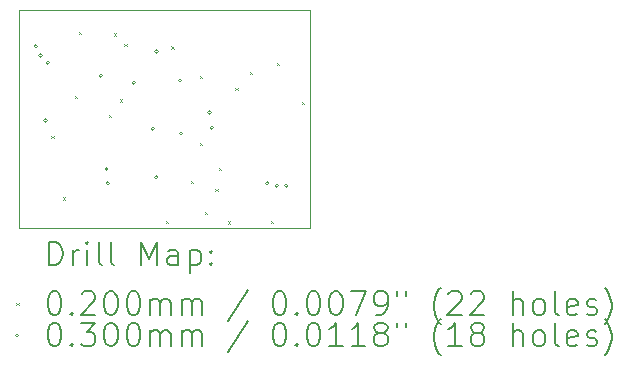
<source format=gbr>
%FSLAX45Y45*%
G04 Gerber Fmt 4.5, Leading zero omitted, Abs format (unit mm)*
G04 Created by KiCad (PCBNEW 6.0.4-6f826c9f35~116~ubuntu20.04.1) date 2022-03-30 22:07:18*
%MOMM*%
%LPD*%
G01*
G04 APERTURE LIST*
%TA.AperFunction,Profile*%
%ADD10C,0.100000*%
%TD*%
%ADD11C,0.200000*%
%ADD12C,0.020000*%
%ADD13C,0.030000*%
G04 APERTURE END LIST*
D10*
X5980000Y-5250000D02*
X5980000Y-3400000D01*
X8440000Y-5250000D02*
X5980000Y-5250000D01*
X8440000Y-3400000D02*
X8440000Y-5250000D01*
X5980000Y-3400000D02*
X8440000Y-3400000D01*
D11*
D12*
X6250000Y-4470000D02*
X6270000Y-4490000D01*
X6270000Y-4470000D02*
X6250000Y-4490000D01*
X6350000Y-4990000D02*
X6370000Y-5010000D01*
X6370000Y-4990000D02*
X6350000Y-5010000D01*
X6450000Y-4130000D02*
X6470000Y-4150000D01*
X6470000Y-4130000D02*
X6450000Y-4150000D01*
X6482500Y-3590000D02*
X6502500Y-3610000D01*
X6502500Y-3590000D02*
X6482500Y-3610000D01*
X6740000Y-4290000D02*
X6760000Y-4310000D01*
X6760000Y-4290000D02*
X6740000Y-4310000D01*
X6780000Y-3600000D02*
X6800000Y-3620000D01*
X6800000Y-3600000D02*
X6780000Y-3620000D01*
X6830000Y-4160000D02*
X6850000Y-4180000D01*
X6850000Y-4160000D02*
X6830000Y-4180000D01*
X6870000Y-3690000D02*
X6890000Y-3710000D01*
X6890000Y-3690000D02*
X6870000Y-3710000D01*
X7220000Y-5190000D02*
X7240000Y-5210000D01*
X7240000Y-5190000D02*
X7220000Y-5210000D01*
X7267550Y-3712450D02*
X7287550Y-3732450D01*
X7287550Y-3712450D02*
X7267550Y-3732450D01*
X7430000Y-4850000D02*
X7450000Y-4870000D01*
X7450000Y-4850000D02*
X7430000Y-4870000D01*
X7510000Y-3960000D02*
X7530000Y-3980000D01*
X7530000Y-3960000D02*
X7510000Y-3980000D01*
X7510000Y-4530000D02*
X7530000Y-4550000D01*
X7530000Y-4530000D02*
X7510000Y-4550000D01*
X7550000Y-5110000D02*
X7570000Y-5130000D01*
X7570000Y-5110000D02*
X7550000Y-5130000D01*
X7640000Y-4920000D02*
X7660000Y-4940000D01*
X7660000Y-4920000D02*
X7640000Y-4940000D01*
X7670000Y-4740000D02*
X7690000Y-4760000D01*
X7690000Y-4740000D02*
X7670000Y-4760000D01*
X7747549Y-5192451D02*
X7767549Y-5212451D01*
X7767549Y-5192451D02*
X7747549Y-5212451D01*
X7810000Y-4060000D02*
X7830000Y-4080000D01*
X7830000Y-4060000D02*
X7810000Y-4080000D01*
X7932450Y-3924950D02*
X7952450Y-3944950D01*
X7952450Y-3924950D02*
X7932450Y-3944950D01*
X8110000Y-5190000D02*
X8130000Y-5210000D01*
X8130000Y-5190000D02*
X8110000Y-5210000D01*
X8160000Y-3850000D02*
X8180000Y-3870000D01*
X8180000Y-3850000D02*
X8160000Y-3870000D01*
X8370000Y-4180000D02*
X8390000Y-4200000D01*
X8390000Y-4180000D02*
X8370000Y-4200000D01*
D13*
X6135000Y-3710000D02*
G75*
G03*
X6135000Y-3710000I-15000J0D01*
G01*
X6175000Y-3790000D02*
G75*
G03*
X6175000Y-3790000I-15000J0D01*
G01*
X6217550Y-4340000D02*
G75*
G03*
X6217550Y-4340000I-15000J0D01*
G01*
X6235000Y-3850000D02*
G75*
G03*
X6235000Y-3850000I-15000J0D01*
G01*
X6685000Y-3960000D02*
G75*
G03*
X6685000Y-3960000I-15000J0D01*
G01*
X6735000Y-4750000D02*
G75*
G03*
X6735000Y-4750000I-15000J0D01*
G01*
X6745000Y-4870000D02*
G75*
G03*
X6745000Y-4870000I-15000J0D01*
G01*
X6965000Y-4020000D02*
G75*
G03*
X6965000Y-4020000I-15000J0D01*
G01*
X7125000Y-4410000D02*
G75*
G03*
X7125000Y-4410000I-15000J0D01*
G01*
X7155000Y-4820000D02*
G75*
G03*
X7155000Y-4820000I-15000J0D01*
G01*
X7158438Y-3754685D02*
G75*
G03*
X7158438Y-3754685I-15000J0D01*
G01*
X7355000Y-4000000D02*
G75*
G03*
X7355000Y-4000000I-15000J0D01*
G01*
X7365000Y-4450000D02*
G75*
G03*
X7365000Y-4450000I-15000J0D01*
G01*
X7605000Y-4270000D02*
G75*
G03*
X7605000Y-4270000I-15000J0D01*
G01*
X7625000Y-4400000D02*
G75*
G03*
X7625000Y-4400000I-15000J0D01*
G01*
X8095000Y-4870000D02*
G75*
G03*
X8095000Y-4870000I-15000J0D01*
G01*
X8175000Y-4890000D02*
G75*
G03*
X8175000Y-4890000I-15000J0D01*
G01*
X8255000Y-4890000D02*
G75*
G03*
X8255000Y-4890000I-15000J0D01*
G01*
D11*
X6232619Y-5565476D02*
X6232619Y-5365476D01*
X6280238Y-5365476D01*
X6308809Y-5375000D01*
X6327857Y-5394048D01*
X6337381Y-5413095D01*
X6346905Y-5451190D01*
X6346905Y-5479762D01*
X6337381Y-5517857D01*
X6327857Y-5536905D01*
X6308809Y-5555952D01*
X6280238Y-5565476D01*
X6232619Y-5565476D01*
X6432619Y-5565476D02*
X6432619Y-5432143D01*
X6432619Y-5470238D02*
X6442143Y-5451190D01*
X6451667Y-5441667D01*
X6470714Y-5432143D01*
X6489762Y-5432143D01*
X6556428Y-5565476D02*
X6556428Y-5432143D01*
X6556428Y-5365476D02*
X6546905Y-5375000D01*
X6556428Y-5384524D01*
X6565952Y-5375000D01*
X6556428Y-5365476D01*
X6556428Y-5384524D01*
X6680238Y-5565476D02*
X6661190Y-5555952D01*
X6651667Y-5536905D01*
X6651667Y-5365476D01*
X6785000Y-5565476D02*
X6765952Y-5555952D01*
X6756428Y-5536905D01*
X6756428Y-5365476D01*
X7013571Y-5565476D02*
X7013571Y-5365476D01*
X7080238Y-5508333D01*
X7146905Y-5365476D01*
X7146905Y-5565476D01*
X7327857Y-5565476D02*
X7327857Y-5460714D01*
X7318333Y-5441667D01*
X7299286Y-5432143D01*
X7261190Y-5432143D01*
X7242143Y-5441667D01*
X7327857Y-5555952D02*
X7308809Y-5565476D01*
X7261190Y-5565476D01*
X7242143Y-5555952D01*
X7232619Y-5536905D01*
X7232619Y-5517857D01*
X7242143Y-5498810D01*
X7261190Y-5489286D01*
X7308809Y-5489286D01*
X7327857Y-5479762D01*
X7423095Y-5432143D02*
X7423095Y-5632143D01*
X7423095Y-5441667D02*
X7442143Y-5432143D01*
X7480238Y-5432143D01*
X7499286Y-5441667D01*
X7508809Y-5451190D01*
X7518333Y-5470238D01*
X7518333Y-5527381D01*
X7508809Y-5546429D01*
X7499286Y-5555952D01*
X7480238Y-5565476D01*
X7442143Y-5565476D01*
X7423095Y-5555952D01*
X7604048Y-5546429D02*
X7613571Y-5555952D01*
X7604048Y-5565476D01*
X7594524Y-5555952D01*
X7604048Y-5546429D01*
X7604048Y-5565476D01*
X7604048Y-5441667D02*
X7613571Y-5451190D01*
X7604048Y-5460714D01*
X7594524Y-5451190D01*
X7604048Y-5441667D01*
X7604048Y-5460714D01*
D12*
X5955000Y-5885000D02*
X5975000Y-5905000D01*
X5975000Y-5885000D02*
X5955000Y-5905000D01*
D11*
X6270714Y-5785476D02*
X6289762Y-5785476D01*
X6308809Y-5795000D01*
X6318333Y-5804524D01*
X6327857Y-5823571D01*
X6337381Y-5861667D01*
X6337381Y-5909286D01*
X6327857Y-5947381D01*
X6318333Y-5966428D01*
X6308809Y-5975952D01*
X6289762Y-5985476D01*
X6270714Y-5985476D01*
X6251667Y-5975952D01*
X6242143Y-5966428D01*
X6232619Y-5947381D01*
X6223095Y-5909286D01*
X6223095Y-5861667D01*
X6232619Y-5823571D01*
X6242143Y-5804524D01*
X6251667Y-5795000D01*
X6270714Y-5785476D01*
X6423095Y-5966428D02*
X6432619Y-5975952D01*
X6423095Y-5985476D01*
X6413571Y-5975952D01*
X6423095Y-5966428D01*
X6423095Y-5985476D01*
X6508809Y-5804524D02*
X6518333Y-5795000D01*
X6537381Y-5785476D01*
X6585000Y-5785476D01*
X6604048Y-5795000D01*
X6613571Y-5804524D01*
X6623095Y-5823571D01*
X6623095Y-5842619D01*
X6613571Y-5871190D01*
X6499286Y-5985476D01*
X6623095Y-5985476D01*
X6746905Y-5785476D02*
X6765952Y-5785476D01*
X6785000Y-5795000D01*
X6794524Y-5804524D01*
X6804048Y-5823571D01*
X6813571Y-5861667D01*
X6813571Y-5909286D01*
X6804048Y-5947381D01*
X6794524Y-5966428D01*
X6785000Y-5975952D01*
X6765952Y-5985476D01*
X6746905Y-5985476D01*
X6727857Y-5975952D01*
X6718333Y-5966428D01*
X6708809Y-5947381D01*
X6699286Y-5909286D01*
X6699286Y-5861667D01*
X6708809Y-5823571D01*
X6718333Y-5804524D01*
X6727857Y-5795000D01*
X6746905Y-5785476D01*
X6937381Y-5785476D02*
X6956428Y-5785476D01*
X6975476Y-5795000D01*
X6985000Y-5804524D01*
X6994524Y-5823571D01*
X7004048Y-5861667D01*
X7004048Y-5909286D01*
X6994524Y-5947381D01*
X6985000Y-5966428D01*
X6975476Y-5975952D01*
X6956428Y-5985476D01*
X6937381Y-5985476D01*
X6918333Y-5975952D01*
X6908809Y-5966428D01*
X6899286Y-5947381D01*
X6889762Y-5909286D01*
X6889762Y-5861667D01*
X6899286Y-5823571D01*
X6908809Y-5804524D01*
X6918333Y-5795000D01*
X6937381Y-5785476D01*
X7089762Y-5985476D02*
X7089762Y-5852143D01*
X7089762Y-5871190D02*
X7099286Y-5861667D01*
X7118333Y-5852143D01*
X7146905Y-5852143D01*
X7165952Y-5861667D01*
X7175476Y-5880714D01*
X7175476Y-5985476D01*
X7175476Y-5880714D02*
X7185000Y-5861667D01*
X7204048Y-5852143D01*
X7232619Y-5852143D01*
X7251667Y-5861667D01*
X7261190Y-5880714D01*
X7261190Y-5985476D01*
X7356428Y-5985476D02*
X7356428Y-5852143D01*
X7356428Y-5871190D02*
X7365952Y-5861667D01*
X7385000Y-5852143D01*
X7413571Y-5852143D01*
X7432619Y-5861667D01*
X7442143Y-5880714D01*
X7442143Y-5985476D01*
X7442143Y-5880714D02*
X7451667Y-5861667D01*
X7470714Y-5852143D01*
X7499286Y-5852143D01*
X7518333Y-5861667D01*
X7527857Y-5880714D01*
X7527857Y-5985476D01*
X7918333Y-5775952D02*
X7746905Y-6033095D01*
X8175476Y-5785476D02*
X8194524Y-5785476D01*
X8213571Y-5795000D01*
X8223095Y-5804524D01*
X8232619Y-5823571D01*
X8242143Y-5861667D01*
X8242143Y-5909286D01*
X8232619Y-5947381D01*
X8223095Y-5966428D01*
X8213571Y-5975952D01*
X8194524Y-5985476D01*
X8175476Y-5985476D01*
X8156428Y-5975952D01*
X8146905Y-5966428D01*
X8137381Y-5947381D01*
X8127857Y-5909286D01*
X8127857Y-5861667D01*
X8137381Y-5823571D01*
X8146905Y-5804524D01*
X8156428Y-5795000D01*
X8175476Y-5785476D01*
X8327857Y-5966428D02*
X8337381Y-5975952D01*
X8327857Y-5985476D01*
X8318333Y-5975952D01*
X8327857Y-5966428D01*
X8327857Y-5985476D01*
X8461190Y-5785476D02*
X8480238Y-5785476D01*
X8499286Y-5795000D01*
X8508810Y-5804524D01*
X8518333Y-5823571D01*
X8527857Y-5861667D01*
X8527857Y-5909286D01*
X8518333Y-5947381D01*
X8508810Y-5966428D01*
X8499286Y-5975952D01*
X8480238Y-5985476D01*
X8461190Y-5985476D01*
X8442143Y-5975952D01*
X8432619Y-5966428D01*
X8423095Y-5947381D01*
X8413571Y-5909286D01*
X8413571Y-5861667D01*
X8423095Y-5823571D01*
X8432619Y-5804524D01*
X8442143Y-5795000D01*
X8461190Y-5785476D01*
X8651667Y-5785476D02*
X8670714Y-5785476D01*
X8689762Y-5795000D01*
X8699286Y-5804524D01*
X8708810Y-5823571D01*
X8718333Y-5861667D01*
X8718333Y-5909286D01*
X8708810Y-5947381D01*
X8699286Y-5966428D01*
X8689762Y-5975952D01*
X8670714Y-5985476D01*
X8651667Y-5985476D01*
X8632619Y-5975952D01*
X8623095Y-5966428D01*
X8613571Y-5947381D01*
X8604048Y-5909286D01*
X8604048Y-5861667D01*
X8613571Y-5823571D01*
X8623095Y-5804524D01*
X8632619Y-5795000D01*
X8651667Y-5785476D01*
X8785000Y-5785476D02*
X8918333Y-5785476D01*
X8832619Y-5985476D01*
X9004048Y-5985476D02*
X9042143Y-5985476D01*
X9061190Y-5975952D01*
X9070714Y-5966428D01*
X9089762Y-5937857D01*
X9099286Y-5899762D01*
X9099286Y-5823571D01*
X9089762Y-5804524D01*
X9080238Y-5795000D01*
X9061190Y-5785476D01*
X9023095Y-5785476D01*
X9004048Y-5795000D01*
X8994524Y-5804524D01*
X8985000Y-5823571D01*
X8985000Y-5871190D01*
X8994524Y-5890238D01*
X9004048Y-5899762D01*
X9023095Y-5909286D01*
X9061190Y-5909286D01*
X9080238Y-5899762D01*
X9089762Y-5890238D01*
X9099286Y-5871190D01*
X9175476Y-5785476D02*
X9175476Y-5823571D01*
X9251667Y-5785476D02*
X9251667Y-5823571D01*
X9546905Y-6061667D02*
X9537381Y-6052143D01*
X9518333Y-6023571D01*
X9508810Y-6004524D01*
X9499286Y-5975952D01*
X9489762Y-5928333D01*
X9489762Y-5890238D01*
X9499286Y-5842619D01*
X9508810Y-5814048D01*
X9518333Y-5795000D01*
X9537381Y-5766428D01*
X9546905Y-5756905D01*
X9613571Y-5804524D02*
X9623095Y-5795000D01*
X9642143Y-5785476D01*
X9689762Y-5785476D01*
X9708810Y-5795000D01*
X9718333Y-5804524D01*
X9727857Y-5823571D01*
X9727857Y-5842619D01*
X9718333Y-5871190D01*
X9604048Y-5985476D01*
X9727857Y-5985476D01*
X9804048Y-5804524D02*
X9813571Y-5795000D01*
X9832619Y-5785476D01*
X9880238Y-5785476D01*
X9899286Y-5795000D01*
X9908810Y-5804524D01*
X9918333Y-5823571D01*
X9918333Y-5842619D01*
X9908810Y-5871190D01*
X9794524Y-5985476D01*
X9918333Y-5985476D01*
X10156429Y-5985476D02*
X10156429Y-5785476D01*
X10242143Y-5985476D02*
X10242143Y-5880714D01*
X10232619Y-5861667D01*
X10213571Y-5852143D01*
X10185000Y-5852143D01*
X10165952Y-5861667D01*
X10156429Y-5871190D01*
X10365952Y-5985476D02*
X10346905Y-5975952D01*
X10337381Y-5966428D01*
X10327857Y-5947381D01*
X10327857Y-5890238D01*
X10337381Y-5871190D01*
X10346905Y-5861667D01*
X10365952Y-5852143D01*
X10394524Y-5852143D01*
X10413571Y-5861667D01*
X10423095Y-5871190D01*
X10432619Y-5890238D01*
X10432619Y-5947381D01*
X10423095Y-5966428D01*
X10413571Y-5975952D01*
X10394524Y-5985476D01*
X10365952Y-5985476D01*
X10546905Y-5985476D02*
X10527857Y-5975952D01*
X10518333Y-5956905D01*
X10518333Y-5785476D01*
X10699286Y-5975952D02*
X10680238Y-5985476D01*
X10642143Y-5985476D01*
X10623095Y-5975952D01*
X10613571Y-5956905D01*
X10613571Y-5880714D01*
X10623095Y-5861667D01*
X10642143Y-5852143D01*
X10680238Y-5852143D01*
X10699286Y-5861667D01*
X10708810Y-5880714D01*
X10708810Y-5899762D01*
X10613571Y-5918809D01*
X10785000Y-5975952D02*
X10804048Y-5985476D01*
X10842143Y-5985476D01*
X10861190Y-5975952D01*
X10870714Y-5956905D01*
X10870714Y-5947381D01*
X10861190Y-5928333D01*
X10842143Y-5918809D01*
X10813571Y-5918809D01*
X10794524Y-5909286D01*
X10785000Y-5890238D01*
X10785000Y-5880714D01*
X10794524Y-5861667D01*
X10813571Y-5852143D01*
X10842143Y-5852143D01*
X10861190Y-5861667D01*
X10937381Y-6061667D02*
X10946905Y-6052143D01*
X10965952Y-6023571D01*
X10975476Y-6004524D01*
X10985000Y-5975952D01*
X10994524Y-5928333D01*
X10994524Y-5890238D01*
X10985000Y-5842619D01*
X10975476Y-5814048D01*
X10965952Y-5795000D01*
X10946905Y-5766428D01*
X10937381Y-5756905D01*
D13*
X5975000Y-6159000D02*
G75*
G03*
X5975000Y-6159000I-15000J0D01*
G01*
D11*
X6270714Y-6049476D02*
X6289762Y-6049476D01*
X6308809Y-6059000D01*
X6318333Y-6068524D01*
X6327857Y-6087571D01*
X6337381Y-6125667D01*
X6337381Y-6173286D01*
X6327857Y-6211381D01*
X6318333Y-6230428D01*
X6308809Y-6239952D01*
X6289762Y-6249476D01*
X6270714Y-6249476D01*
X6251667Y-6239952D01*
X6242143Y-6230428D01*
X6232619Y-6211381D01*
X6223095Y-6173286D01*
X6223095Y-6125667D01*
X6232619Y-6087571D01*
X6242143Y-6068524D01*
X6251667Y-6059000D01*
X6270714Y-6049476D01*
X6423095Y-6230428D02*
X6432619Y-6239952D01*
X6423095Y-6249476D01*
X6413571Y-6239952D01*
X6423095Y-6230428D01*
X6423095Y-6249476D01*
X6499286Y-6049476D02*
X6623095Y-6049476D01*
X6556428Y-6125667D01*
X6585000Y-6125667D01*
X6604048Y-6135190D01*
X6613571Y-6144714D01*
X6623095Y-6163762D01*
X6623095Y-6211381D01*
X6613571Y-6230428D01*
X6604048Y-6239952D01*
X6585000Y-6249476D01*
X6527857Y-6249476D01*
X6508809Y-6239952D01*
X6499286Y-6230428D01*
X6746905Y-6049476D02*
X6765952Y-6049476D01*
X6785000Y-6059000D01*
X6794524Y-6068524D01*
X6804048Y-6087571D01*
X6813571Y-6125667D01*
X6813571Y-6173286D01*
X6804048Y-6211381D01*
X6794524Y-6230428D01*
X6785000Y-6239952D01*
X6765952Y-6249476D01*
X6746905Y-6249476D01*
X6727857Y-6239952D01*
X6718333Y-6230428D01*
X6708809Y-6211381D01*
X6699286Y-6173286D01*
X6699286Y-6125667D01*
X6708809Y-6087571D01*
X6718333Y-6068524D01*
X6727857Y-6059000D01*
X6746905Y-6049476D01*
X6937381Y-6049476D02*
X6956428Y-6049476D01*
X6975476Y-6059000D01*
X6985000Y-6068524D01*
X6994524Y-6087571D01*
X7004048Y-6125667D01*
X7004048Y-6173286D01*
X6994524Y-6211381D01*
X6985000Y-6230428D01*
X6975476Y-6239952D01*
X6956428Y-6249476D01*
X6937381Y-6249476D01*
X6918333Y-6239952D01*
X6908809Y-6230428D01*
X6899286Y-6211381D01*
X6889762Y-6173286D01*
X6889762Y-6125667D01*
X6899286Y-6087571D01*
X6908809Y-6068524D01*
X6918333Y-6059000D01*
X6937381Y-6049476D01*
X7089762Y-6249476D02*
X7089762Y-6116143D01*
X7089762Y-6135190D02*
X7099286Y-6125667D01*
X7118333Y-6116143D01*
X7146905Y-6116143D01*
X7165952Y-6125667D01*
X7175476Y-6144714D01*
X7175476Y-6249476D01*
X7175476Y-6144714D02*
X7185000Y-6125667D01*
X7204048Y-6116143D01*
X7232619Y-6116143D01*
X7251667Y-6125667D01*
X7261190Y-6144714D01*
X7261190Y-6249476D01*
X7356428Y-6249476D02*
X7356428Y-6116143D01*
X7356428Y-6135190D02*
X7365952Y-6125667D01*
X7385000Y-6116143D01*
X7413571Y-6116143D01*
X7432619Y-6125667D01*
X7442143Y-6144714D01*
X7442143Y-6249476D01*
X7442143Y-6144714D02*
X7451667Y-6125667D01*
X7470714Y-6116143D01*
X7499286Y-6116143D01*
X7518333Y-6125667D01*
X7527857Y-6144714D01*
X7527857Y-6249476D01*
X7918333Y-6039952D02*
X7746905Y-6297095D01*
X8175476Y-6049476D02*
X8194524Y-6049476D01*
X8213571Y-6059000D01*
X8223095Y-6068524D01*
X8232619Y-6087571D01*
X8242143Y-6125667D01*
X8242143Y-6173286D01*
X8232619Y-6211381D01*
X8223095Y-6230428D01*
X8213571Y-6239952D01*
X8194524Y-6249476D01*
X8175476Y-6249476D01*
X8156428Y-6239952D01*
X8146905Y-6230428D01*
X8137381Y-6211381D01*
X8127857Y-6173286D01*
X8127857Y-6125667D01*
X8137381Y-6087571D01*
X8146905Y-6068524D01*
X8156428Y-6059000D01*
X8175476Y-6049476D01*
X8327857Y-6230428D02*
X8337381Y-6239952D01*
X8327857Y-6249476D01*
X8318333Y-6239952D01*
X8327857Y-6230428D01*
X8327857Y-6249476D01*
X8461190Y-6049476D02*
X8480238Y-6049476D01*
X8499286Y-6059000D01*
X8508810Y-6068524D01*
X8518333Y-6087571D01*
X8527857Y-6125667D01*
X8527857Y-6173286D01*
X8518333Y-6211381D01*
X8508810Y-6230428D01*
X8499286Y-6239952D01*
X8480238Y-6249476D01*
X8461190Y-6249476D01*
X8442143Y-6239952D01*
X8432619Y-6230428D01*
X8423095Y-6211381D01*
X8413571Y-6173286D01*
X8413571Y-6125667D01*
X8423095Y-6087571D01*
X8432619Y-6068524D01*
X8442143Y-6059000D01*
X8461190Y-6049476D01*
X8718333Y-6249476D02*
X8604048Y-6249476D01*
X8661190Y-6249476D02*
X8661190Y-6049476D01*
X8642143Y-6078048D01*
X8623095Y-6097095D01*
X8604048Y-6106619D01*
X8908810Y-6249476D02*
X8794524Y-6249476D01*
X8851667Y-6249476D02*
X8851667Y-6049476D01*
X8832619Y-6078048D01*
X8813571Y-6097095D01*
X8794524Y-6106619D01*
X9023095Y-6135190D02*
X9004048Y-6125667D01*
X8994524Y-6116143D01*
X8985000Y-6097095D01*
X8985000Y-6087571D01*
X8994524Y-6068524D01*
X9004048Y-6059000D01*
X9023095Y-6049476D01*
X9061190Y-6049476D01*
X9080238Y-6059000D01*
X9089762Y-6068524D01*
X9099286Y-6087571D01*
X9099286Y-6097095D01*
X9089762Y-6116143D01*
X9080238Y-6125667D01*
X9061190Y-6135190D01*
X9023095Y-6135190D01*
X9004048Y-6144714D01*
X8994524Y-6154238D01*
X8985000Y-6173286D01*
X8985000Y-6211381D01*
X8994524Y-6230428D01*
X9004048Y-6239952D01*
X9023095Y-6249476D01*
X9061190Y-6249476D01*
X9080238Y-6239952D01*
X9089762Y-6230428D01*
X9099286Y-6211381D01*
X9099286Y-6173286D01*
X9089762Y-6154238D01*
X9080238Y-6144714D01*
X9061190Y-6135190D01*
X9175476Y-6049476D02*
X9175476Y-6087571D01*
X9251667Y-6049476D02*
X9251667Y-6087571D01*
X9546905Y-6325667D02*
X9537381Y-6316143D01*
X9518333Y-6287571D01*
X9508810Y-6268524D01*
X9499286Y-6239952D01*
X9489762Y-6192333D01*
X9489762Y-6154238D01*
X9499286Y-6106619D01*
X9508810Y-6078048D01*
X9518333Y-6059000D01*
X9537381Y-6030428D01*
X9546905Y-6020905D01*
X9727857Y-6249476D02*
X9613571Y-6249476D01*
X9670714Y-6249476D02*
X9670714Y-6049476D01*
X9651667Y-6078048D01*
X9632619Y-6097095D01*
X9613571Y-6106619D01*
X9842143Y-6135190D02*
X9823095Y-6125667D01*
X9813571Y-6116143D01*
X9804048Y-6097095D01*
X9804048Y-6087571D01*
X9813571Y-6068524D01*
X9823095Y-6059000D01*
X9842143Y-6049476D01*
X9880238Y-6049476D01*
X9899286Y-6059000D01*
X9908810Y-6068524D01*
X9918333Y-6087571D01*
X9918333Y-6097095D01*
X9908810Y-6116143D01*
X9899286Y-6125667D01*
X9880238Y-6135190D01*
X9842143Y-6135190D01*
X9823095Y-6144714D01*
X9813571Y-6154238D01*
X9804048Y-6173286D01*
X9804048Y-6211381D01*
X9813571Y-6230428D01*
X9823095Y-6239952D01*
X9842143Y-6249476D01*
X9880238Y-6249476D01*
X9899286Y-6239952D01*
X9908810Y-6230428D01*
X9918333Y-6211381D01*
X9918333Y-6173286D01*
X9908810Y-6154238D01*
X9899286Y-6144714D01*
X9880238Y-6135190D01*
X10156429Y-6249476D02*
X10156429Y-6049476D01*
X10242143Y-6249476D02*
X10242143Y-6144714D01*
X10232619Y-6125667D01*
X10213571Y-6116143D01*
X10185000Y-6116143D01*
X10165952Y-6125667D01*
X10156429Y-6135190D01*
X10365952Y-6249476D02*
X10346905Y-6239952D01*
X10337381Y-6230428D01*
X10327857Y-6211381D01*
X10327857Y-6154238D01*
X10337381Y-6135190D01*
X10346905Y-6125667D01*
X10365952Y-6116143D01*
X10394524Y-6116143D01*
X10413571Y-6125667D01*
X10423095Y-6135190D01*
X10432619Y-6154238D01*
X10432619Y-6211381D01*
X10423095Y-6230428D01*
X10413571Y-6239952D01*
X10394524Y-6249476D01*
X10365952Y-6249476D01*
X10546905Y-6249476D02*
X10527857Y-6239952D01*
X10518333Y-6220905D01*
X10518333Y-6049476D01*
X10699286Y-6239952D02*
X10680238Y-6249476D01*
X10642143Y-6249476D01*
X10623095Y-6239952D01*
X10613571Y-6220905D01*
X10613571Y-6144714D01*
X10623095Y-6125667D01*
X10642143Y-6116143D01*
X10680238Y-6116143D01*
X10699286Y-6125667D01*
X10708810Y-6144714D01*
X10708810Y-6163762D01*
X10613571Y-6182809D01*
X10785000Y-6239952D02*
X10804048Y-6249476D01*
X10842143Y-6249476D01*
X10861190Y-6239952D01*
X10870714Y-6220905D01*
X10870714Y-6211381D01*
X10861190Y-6192333D01*
X10842143Y-6182809D01*
X10813571Y-6182809D01*
X10794524Y-6173286D01*
X10785000Y-6154238D01*
X10785000Y-6144714D01*
X10794524Y-6125667D01*
X10813571Y-6116143D01*
X10842143Y-6116143D01*
X10861190Y-6125667D01*
X10937381Y-6325667D02*
X10946905Y-6316143D01*
X10965952Y-6287571D01*
X10975476Y-6268524D01*
X10985000Y-6239952D01*
X10994524Y-6192333D01*
X10994524Y-6154238D01*
X10985000Y-6106619D01*
X10975476Y-6078048D01*
X10965952Y-6059000D01*
X10946905Y-6030428D01*
X10937381Y-6020905D01*
M02*

</source>
